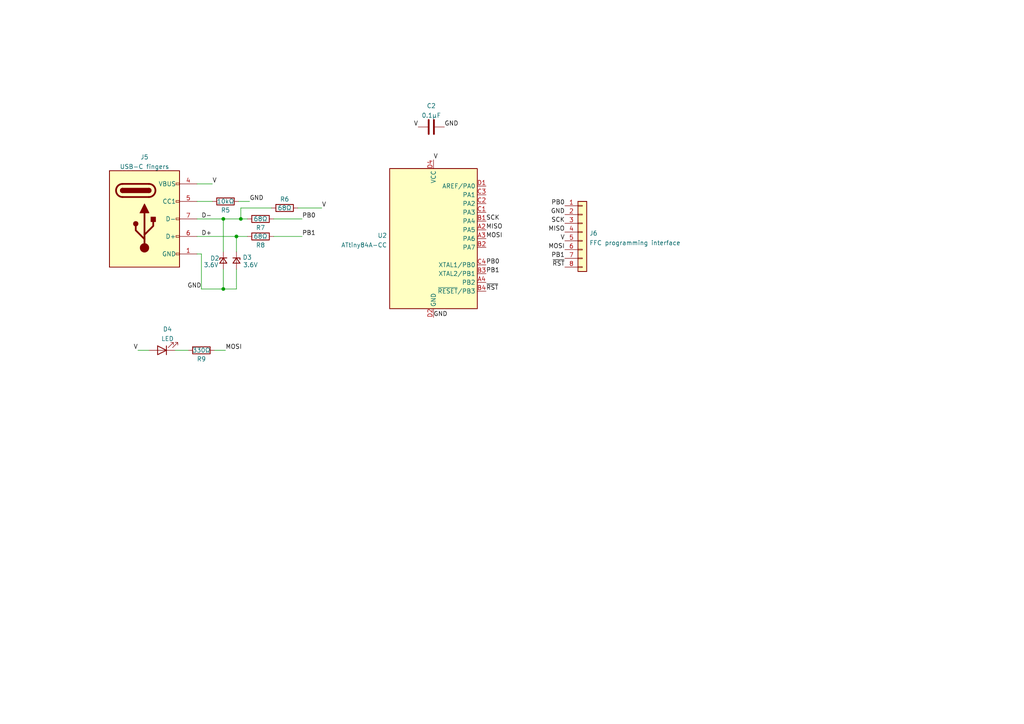
<source format=kicad_sch>
(kicad_sch (version 20211123) (generator eeschema)
  (paper "A4")
  (lib_symbols
    (symbol "Connector_Generic:Conn_01x08" (pin_names (offset 1.016) hide)
      (property "Reference" "J" (at 0 10.16 0))
      (property "Value" "Conn_01x08" (at 0 -12.7 0))
      (symbol "Conn_01x08_1_1"
        (rectangle (start -1.27 -10.033) (end 0 -10.287) (stroke (width 0.1524)))
        (rectangle (start -1.27 -7.493) (end 0 -7.747) (stroke (width 0.1524)))
        (rectangle (start -1.27 -4.953) (end 0 -5.207) (stroke (width 0.1524)))
        (rectangle (start -1.27 -2.413) (end 0 -2.667) (stroke (width 0.1524)))
        (rectangle (start -1.27 0.127) (end 0 -0.127) (stroke (width 0.1524)))
        (rectangle (start -1.27 2.667) (end 0 2.413) (stroke (width 0.1524)))
        (rectangle (start -1.27 5.207) (end 0 4.953) (stroke (width 0.1524)))
        (rectangle (start -1.27 7.747) (end 0 7.493) (stroke (width 0.1524)))
        (rectangle (start -1.27 8.89) (end 1.27 -11.43) (stroke (width 0.254)) (fill (type background)))
        (pin passive line (at -5.08 7.62 0) (length 3.81) (name "Pin_1") (number "1"))
        (pin passive line (at -5.08 5.08 0) (length 3.81) (name "Pin_2") (number "2"))
        (pin passive line (at -5.08 2.54 0) (length 3.81) (name "Pin_3") (number "3"))
        (pin passive line (at -5.08 0 0) (length 3.81) (name "Pin_4") (number "4"))
        (pin passive line (at -5.08 -2.54 0) (length 3.81) (name "Pin_5") (number "5"))
        (pin passive line (at -5.08 -5.08 0) (length 3.81) (name "Pin_6") (number "6"))
        (pin passive line (at -5.08 -7.62 0) (length 3.81) (name "Pin_7") (number "7"))
        (pin passive line (at -5.08 -10.16 0) (length 3.81) (name "Pin_8") (number "8"))
      )
    )
    (symbol "Device:C" (pin_numbers hide) (pin_names (offset 0.254))
      (property "Reference" "C" (at 0.635 2.54 0))
      (property "Value" "C" (at 0.635 -2.54 0))
      (symbol "C_0_1"
        (polyline (pts (xy -2.032 -0.762) (xy 2.032 -0.762)) (stroke (width 0.508)))
        (polyline (pts (xy -2.032 0.762) (xy 2.032 0.762)) (stroke (width 0.508)))
      )
      (symbol "C_1_1"
        (pin passive line (at 0 3.81 270) (length 2.794) (name "~") (number "1"))
        (pin passive line (at 0 -3.81 90) (length 2.794) (name "~") (number "2"))
      )
    )
    (symbol "Device:D_Zener_Small" (pin_numbers hide) (pin_names (offset 0.254) hide)
      (property "Reference" "D" (at 0 2.286 0))
      (property "Value" "D_Zener_Small" (at 0 -2.286 0))
      (symbol "D_Zener_Small_0_1"
        (polyline (pts (xy 0.762 0) (xy -0.762 0)))
        (polyline (pts (xy -0.254 1.016) (xy -0.762 1.016) (xy -0.762 -1.016)) (stroke (width 0.254)))
        (polyline (pts (xy 0.762 1.016) (xy -0.762 0) (xy 0.762 -1.016) (xy 0.762 1.016)) (stroke (width 0.254)))
      )
      (symbol "D_Zener_Small_1_1"
        (pin passive line (at -2.54 0 0) (length 1.778) (name "K") (number "1"))
        (pin passive line (at 2.54 0 180) (length 1.778) (name "A") (number "2"))
      )
    )
    (symbol "Device:LED" (pin_numbers hide) (pin_names (offset 1.016) hide)
      (property "Reference" "D" (at 0 2.54 0))
      (property "Value" "LED" (at 0 -2.54 0))
      (symbol "LED_0_1"
        (polyline (pts (xy -1.27 -1.27) (xy -1.27 1.27)) (stroke (width 0.254)))
        (polyline (pts (xy -1.27 0) (xy 1.27 0)))
        (polyline (pts (xy 1.27 -1.27) (xy 1.27 1.27) (xy -1.27 0) (xy 1.27 -1.27)) (stroke (width 0.254)))
        (polyline (pts (xy -3.048 -0.762) (xy -4.572 -2.286) (xy -3.81 -2.286) (xy -4.572 -2.286) (xy -4.572 -1.524)))
        (polyline (pts (xy -1.778 -0.762) (xy -3.302 -2.286) (xy -2.54 -2.286) (xy -3.302 -2.286) (xy -3.302 -1.524)))
      )
      (symbol "LED_1_1"
        (pin passive line (at -3.81 0 0) (length 2.54) (name "K") (number "1"))
        (pin passive line (at 3.81 0 180) (length 2.54) (name "A") (number "2"))
      )
    )
    (symbol "Device:R" (pin_numbers hide) (pin_names (offset 0))
      (property "Reference" "R" (at 2.032 0 90))
      (property "Value" "R" (at 0 0 90))
      (symbol "R_0_1"
        (rectangle (start -1.016 -2.54) (end 1.016 2.54) (stroke (width 0.254)))
      )
      (symbol "R_1_1"
        (pin passive line (at 0 3.81 270) (length 1.27) (name "~") (number "1"))
        (pin passive line (at 0 -3.81 90) (length 1.27) (name "~") (number "2"))
      )
    )
    (symbol "MCU_Microchip_ATtiny:ATtiny84A-CC"
      (property "Reference" "U" (at -12.7 21.59 0))
      (property "Value" "ATtiny84A-CC" (at 2.54 -21.59 0))
      (symbol "ATtiny84A-CC_0_1"
        (rectangle (start -12.7 -20.32) (end 12.7 20.32) (stroke (width 0.254)) (fill (type background)))
      )
      (symbol "ATtiny84A-CC_1_1"
        (pin bidirectional line (at 15.24 2.54 180) (length 2.54) (name "PA5") (number "A2"))
        (pin bidirectional line (at 15.24 0 180) (length 2.54) (name "PA6") (number "A3"))
        (pin bidirectional line (at 15.24 -12.7 180) (length 2.54) (name "PB2") (number "A4"))
        (pin bidirectional line (at 15.24 5.08 180) (length 2.54) (name "PA4") (number "B1"))
        (pin bidirectional line (at 15.24 -2.54 180) (length 2.54) (name "PA7") (number "B2"))
        (pin bidirectional line (at 15.24 -10.16 180) (length 2.54) (name "XTAL2/PB1") (number "B3"))
        (pin bidirectional line (at 15.24 -15.24 180) (length 2.54) (name "~{RESET}/PB3") (number "B4"))
        (pin bidirectional line (at 15.24 7.62 180) (length 2.54) (name "PA3") (number "C1"))
        (pin bidirectional line (at 15.24 10.16 180) (length 2.54) (name "PA2") (number "C2"))
        (pin bidirectional line (at 15.24 12.7 180) (length 2.54) (name "PA1") (number "C3"))
        (pin bidirectional line (at 15.24 -7.62 180) (length 2.54) (name "XTAL1/PB0") (number "C4"))
        (pin bidirectional line (at 15.24 15.24 180) (length 2.54) (name "AREF/PA0") (number "D1"))
        (pin power_in line (at 0 -22.86 90) (length 2.54) (name "GND") (number "D2"))
        (pin passive line (at 0 -22.86 90) (length 2.54) hide (name "GND") (number "D3"))
        (pin power_in line (at 0 22.86 270) (length 2.54) (name "VCC") (number "D4"))
      )
    )
    (symbol "USB-C_PCB_experiments:PCB_USB_C_Receptacle" (pin_names (offset 1.016))
      (property "Reference" "J" (at -10.16 16.51 0))
      (property "Value" "PCB_USB_C_Receptacle" (at 19.05 16.51 0))
      (symbol "PCB_USB_C_Receptacle_0_0"
        (rectangle (start 10.16 -10.414) (end 9.144 -9.906))
        (rectangle (start 10.16 -4.826) (end 9.144 -5.334))
        (rectangle (start 10.16 0.254) (end 9.144 -0.254))
        (rectangle (start 10.16 5.334) (end 9.144 4.826))
        (rectangle (start 10.16 10.414) (end 9.144 9.906))
      )
      (symbol "PCB_USB_C_Receptacle_0_1"
        (rectangle (start -10.16 13.97) (end 10.16 -13.97) (stroke (width 0.254)) (fill (type background)))
        (arc (start -6.35 8.89) (mid -6.985 8.255) (end -6.35 7.62) (stroke (width 0.254)))
        (arc (start -6.35 8.89) (mid -6.985 8.255) (end -6.35 7.62) (stroke (width 0.254)) (fill (type outline)))
        (arc (start -6.35 10.16) (mid -8.255 8.255) (end -6.35 6.35) (stroke (width 0.508)))
        (circle (center -2.54 -1.397) (radius 0.635) (stroke (width 0.254)) (fill (type outline)))
        (circle (center 0 -8.382) (radius 1.27) (fill (type outline)))
        (polyline (pts (xy -6.35 10.16) (xy 1.27 10.16)) (stroke (width 0.508)))
        (polyline (pts (xy 0 -8.382) (xy 0 1.778)) (stroke (width 0.508)))
        (polyline (pts (xy 1.27 6.35) (xy -6.35 6.35)) (stroke (width 0.508)))
        (polyline (pts (xy 0 -5.842) (xy -2.54 -3.302) (xy -2.54 -2.032)) (stroke (width 0.508)))
        (polyline (pts (xy 0 -4.572) (xy 2.54 -2.032) (xy 2.54 -0.762)) (stroke (width 0.508)))
        (polyline (pts (xy -1.27 1.778) (xy 0 4.318) (xy 1.27 1.778) (xy -1.27 1.778)) (stroke (width 0.254)) (fill (type outline)))
        (arc (start 1.27 6.35) (mid 3.175 8.255) (end 1.27 10.16) (stroke (width 0.508)))
        (rectangle (start 1.27 7.62) (end -6.35 8.89) (stroke (width 0.254)) (fill (type outline)))
        (arc (start 1.27 7.62) (mid 1.905 8.255) (end 1.27 8.89) (stroke (width 0.254)))
        (arc (start 1.27 7.62) (mid 1.905 8.255) (end 1.27 8.89) (stroke (width 0.254)) (fill (type outline)))
        (rectangle (start 1.905 -0.762) (end 3.175 0.508) (stroke (width 0.254)) (fill (type outline)))
      )
      (symbol "PCB_USB_C_Receptacle_1_1"
        (pin passive line (at 15.24 -10.16 180) (length 5.08) (name "GND") (number "1"))
        (pin passive line (at 15.24 -10.16 180) (length 5.08) hide (name "GND") (number "12"))
        (pin passive line (at 15.24 10.16 180) (length 5.08) (name "VBUS") (number "4"))
        (pin bidirectional line (at 15.24 5.08 180) (length 5.08) (name "CC1") (number "5"))
        (pin bidirectional line (at 15.24 -5.08 180) (length 5.08) (name "D+") (number "6"))
        (pin bidirectional line (at 15.24 0 180) (length 5.08) (name "D-") (number "7"))
        (pin passive line (at 15.24 10.16 180) (length 5.08) hide (name "VBUS") (number "9"))
      )
    )
  )
  (junction (at 64.77 63.5))
  (junction (at 64.77 83.82))
  (junction (at 68.58 68.58))
  (junction (at 69.85 63.5))
  (wire (pts (xy 78.74 60.325) (xy 69.85 60.325)))
  (wire (pts (xy 79.375 63.5) (xy 87.63 63.5)))
  (wire (pts (xy 57.15 63.5) (xy 64.77 63.5)))
  (wire (pts (xy 50.8 101.6) (xy 54.61 101.6)))
  (wire (pts (xy 79.375 68.58) (xy 87.63 68.58)))
  (wire (pts (xy 69.85 60.325) (xy 69.85 63.5)))
  (wire (pts (xy 57.15 73.66) (xy 58.42 73.66)))
  (wire (pts (xy 68.58 73.025) (xy 68.58 68.58)))
  (wire (pts (xy 64.77 83.82) (xy 68.58 83.82)))
  (wire (pts (xy 57.15 58.42) (xy 61.595 58.42)))
  (wire (pts (xy 57.15 53.34) (xy 61.595 53.34)))
  (wire (pts (xy 64.77 73.025) (xy 64.77 63.5)))
  (wire (pts (xy 69.215 58.42) (xy 72.39 58.42)))
  (wire (pts (xy 64.77 63.5) (xy 69.85 63.5)))
  (wire (pts (xy 68.58 83.82) (xy 68.58 78.105)))
  (wire (pts (xy 57.15 68.58) (xy 68.58 68.58)))
  (wire (pts (xy 40.005 101.6) (xy 43.18 101.6)))
  (wire (pts (xy 62.23 101.6) (xy 65.405 101.6)))
  (wire (pts (xy 68.58 68.58) (xy 71.755 68.58)))
  (wire (pts (xy 64.77 78.105) (xy 64.77 83.82)))
  (wire (pts (xy 58.42 83.82) (xy 64.77 83.82)))
  (wire (pts (xy 86.36 60.325) (xy 93.345 60.325)))
  (wire (pts (xy 69.85 63.5) (xy 71.755 63.5)))
  (wire (pts (xy 58.42 73.66) (xy 58.42 83.82)))
  (label "D-" (at 58.42 63.5 0))
  (label "GND" (at 128.905 36.83 0))
  (label "MISO" (at 140.97 66.675 0))
  (label "V" (at 93.345 60.325 0))
  (label "PB0" (at 163.83 59.69 180))
  (label "PB1" (at 140.97 79.375 0))
  (label "PB1" (at 163.83 74.93 180))
  (label "PB1" (at 87.63 68.58 0))
  (label "V" (at 121.285 36.83 180))
  (label "V" (at 61.595 53.34 0))
  (label "V" (at 163.83 69.85 180))
  (label "MOSI" (at 140.97 69.215 0))
  (label "D+" (at 58.42 68.58 0))
  (label "~{RST}" (at 140.97 84.455 0))
  (label "PB0" (at 87.63 63.5 0))
  (label "SCK" (at 140.97 64.135 0))
  (label "MISO" (at 163.83 67.31 180))
  (label "GND" (at 163.83 62.23 180))
  (label "V" (at 40.005 101.6 180))
  (label "SCK" (at 163.83 64.77 180))
  (label "GND" (at 72.39 58.42 0))
  (label "V" (at 125.73 46.355 0))
  (label "GND" (at 125.73 92.075 0))
  (label "~{RST}" (at 163.83 77.47 180))
  (label "MOSI" (at 65.405 101.6 0))
  (label "PB0" (at 140.97 76.835 0))
  (label "MOSI" (at 163.83 72.39 180))
  (label "GND" (at 58.42 83.82 180))
  (symbol (lib_id "Device:D_Zener_Small") (at 64.77 75.565 90) (mirror x) (unit 1)
    (property "Reference" "D2" (at 60.96 74.93 90) (effects (justify right)))
    (property "Value" "3.6V" (at 59.055 76.835 90) (effects (justify right)))
    (property "Footprint" "Diode_SMD:D_0402_1005Metric" (effects hide))
  )
  (symbol (lib_id "Device:R") (at 82.55 60.325 270) (unit 1)
    (property "Reference" "R6" (at 82.55 57.785 90))
    (property "Value" "68Ω" (at 82.55 60.325 90))
    (property "Footprint" "Resistor_SMD:R_0402_1005Metric" (effects hide))
  )
  (symbol (lib_id "Device:LED") (at 46.99 101.6 180) (unit 1)
    (property "Reference" "D4" (at 48.5775 95.4745 0))
    (property "Value" "LED" (at 48.5775 98.2496 0))
    (property "Footprint" "LED_SMD:LED_0402_1005Metric" (effects hide))
  )
  (symbol (lib_id "Device:R") (at 65.405 58.42 270) (mirror x) (unit 1)
    (property "Reference" "R5" (at 65.405 60.96 90))
    (property "Value" "10kΩ" (at 65.405 58.42 90))
    (property "Footprint" "Resistor_SMD:R_0402_1005Metric" (effects hide))
  )
  (symbol (lib_id "Device:D_Zener_Small") (at 68.58 75.565 270) (unit 1)
    (property "Reference" "D3" (at 70.358 74.6565 90) (effects (justify left)))
    (property "Value" "3.6V" (at 70.485 76.835 90) (effects (justify left)))
    (property "Footprint" "Diode_SMD:D_0402_1005Metric" (effects hide))
  )
  (symbol (lib_id "Device:R") (at 75.565 63.5 270) (mirror x) (unit 1)
    (property "Reference" "R7" (at 75.565 66.04 90))
    (property "Value" "68Ω" (at 75.565 63.5 90))
    (property "Footprint" "Resistor_SMD:R_0402_1005Metric" (effects hide))
  )
  (symbol (lib_id "Device:R") (at 58.42 101.6 90) (unit 1)
    (property "Reference" "R9" (at 58.42 104.14 90))
    (property "Value" "330Ω" (at 58.42 101.6 90))
    (property "Footprint" "Resistor_SMD:R_0402_1005Metric" (effects hide))
  )
  (symbol (lib_id "Connector_Generic:Conn_01x08") (at 168.91 67.31 0) (unit 1)
    (property "Reference" "J6" (at 170.942 67.6715 0) (effects (justify left)))
    (property "Value" "FFC programming interface" (at 170.942 70.4466 0) (effects (justify left)))
    (property "Footprint" "USB-C_PCB_experiments:FFC-08" (effects hide))
  )
  (symbol (lib_id "USB-C_PCB_experiments:PCB_USB_C_Receptacle") (at 41.91 63.5 0) (unit 1)
    (property "Reference" "J5" (at 41.91 45.5635 0))
    (property "Value" "USB-C fingers" (at 41.91 48.3386 0))
    (property "Footprint" "USB-C_PCB_experiments:usb-c-one-sided" (effects hide))
  )
  (symbol (lib_id "Device:R") (at 75.565 68.58 270) (mirror x) (unit 1)
    (property "Reference" "R8" (at 75.565 71.12 90))
    (property "Value" "68Ω" (at 75.565 68.58 90))
    (property "Footprint" "Resistor_SMD:R_0402_1005Metric" (effects hide))
  )
  (symbol (lib_id "Device:C") (at 125.095 36.83 270) (unit 1)
    (property "Reference" "C2" (at 125.095 30.7045 90))
    (property "Value" "0.1μF" (at 125.095 33.4796 90))
    (property "Footprint" "Capacitor_SMD:C_0402_1005Metric" (effects hide))
  )
  (symbol (lib_id "MCU_Microchip_ATtiny:ATtiny84A-CC") (at 125.73 69.215 0) (unit 1)
    (property "Reference" "U2" (at 112.2681 68.3065 0) (effects (justify right)))
    (property "Value" "ATtiny84A-CC" (at 112.2681 71.0816 0) (effects (justify right)))
    (property "Footprint" "Package_BGA:UFBGA-15_3.0x3.0mm_Layout4x4_P0.65mm" (effects hide))
    (property "Datasheet" "http://ww1.microchip.com/downloads/en/DeviceDoc/doc8183.pdf" (effects hide))
  )
)
</source>
